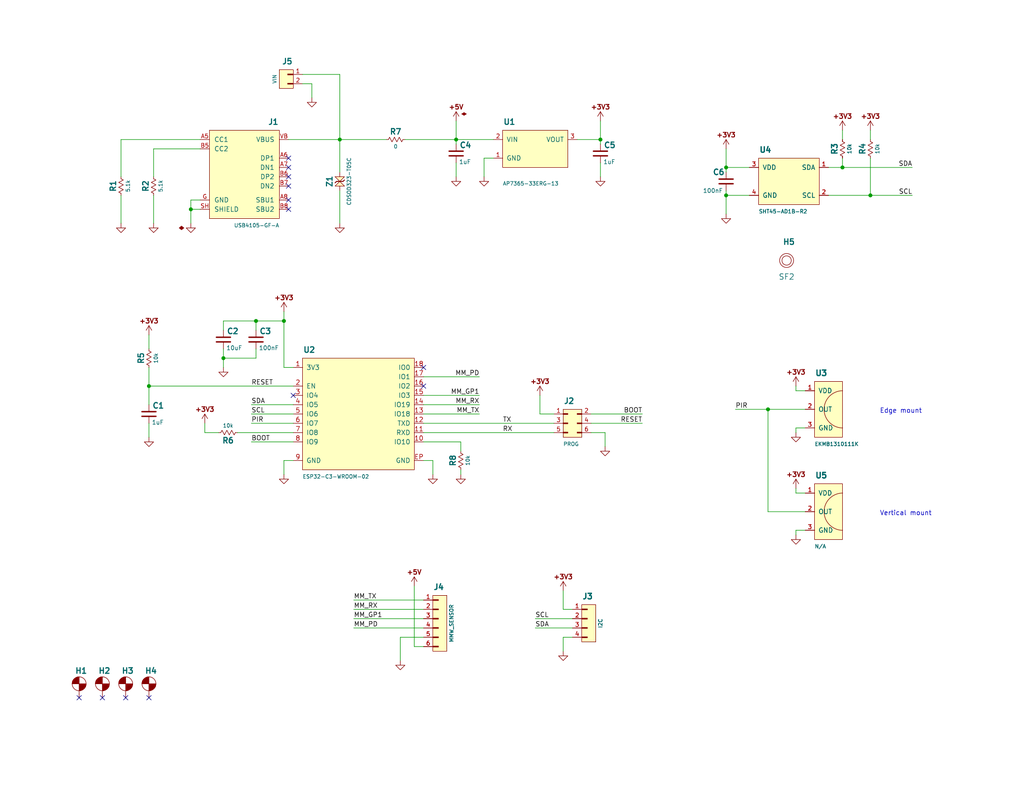
<source format=kicad_sch>
(kicad_sch (version 20211123) (generator eeschema)
  (paper "USLetter")
  (title_block (title "Main board") (date "2022-07-29") (rev "B"))
  (lib_symbols
    (symbol "PIR-SENSOR_1" (pin_names (offset 1.016))
      (property "Reference" "U" (at -6.35 8.89 0))
      (property "Value" "PIR-SENSOR_1" (at -6.35 -8.89 0))
      (symbol "PIR-SENSOR_1_0_0"
        (rectangle (start -6.35 7.62) (end 1.27 -7.62) (fill (type background)))
      )
      (symbol "PIR-SENSOR_1_0_1"
        (arc (start 1.3019 5.08) (mid -3.8101 0) (end 1.3019 -5.08) (fill (type background)))
      )
      (symbol "PIR-SENSOR_1_1_1"
        (pin power_in line (at -8.89 5.08 0) (length 2.54) (name "VDD") (number "1"))
        (pin open_collector line (at -8.89 0 0) (length 2.54) (name "OUT") (number "2"))
        (pin power_in line (at -8.89 -5.08 0) (length 2.54) (name "GND") (number "3"))
      )
    )
    (symbol "connectors:HEADER-1x02" (pin_names (offset 1.016) hide)
      (property "Reference" "J" (at -1.27 3.81 0))
      (property "Value" "HEADER-1x02" (at 3.81 0 90))
      (symbol "HEADER-1x02_0_1"
        (rectangle (start -1.27 -1.143) (end 0.254 -1.397) (fill (type outline)))
        (rectangle (start -1.27 1.397) (end 0.254 1.143) (fill (type outline)))
        (rectangle (start -1.27 2.54) (end 2.54 -2.54) (fill (type background)))
      )
      (symbol "HEADER-1x02_1_1"
        (pin passive line (at -3.81 1.27 0) (length 2.54) (name "P1") (number "1"))
        (pin passive line (at -3.81 -1.27 0) (length 2.54) (name "P2") (number "2"))
      )
    )
    (symbol "connectors:HEADER-1x04" (pin_names (offset 1.016) hide)
      (property "Reference" "J" (at -1.27 6.35 0))
      (property "Value" "HEADER-1x04" (at 3.81 0 90))
      (symbol "HEADER-1x04_0_1"
        (rectangle (start -1.27 -3.683) (end 0.254 -3.937) (fill (type outline)))
        (rectangle (start -1.27 -1.143) (end 0.254 -1.397) (fill (type outline)))
        (rectangle (start -1.27 1.397) (end 0.254 1.143) (fill (type outline)))
        (rectangle (start -1.27 3.937) (end 0.254 3.683) (fill (type outline)))
        (rectangle (start -1.27 5.08) (end 2.54 -5.08) (fill (type background)))
      )
      (symbol "HEADER-1x04_1_1"
        (pin passive line (at -3.81 3.81 0) (length 2.54) (name "P1") (number "1"))
        (pin passive line (at -3.81 1.27 0) (length 2.54) (name "P2") (number "2"))
        (pin passive line (at -3.81 -1.27 0) (length 2.54) (name "P3") (number "3"))
        (pin passive line (at -3.81 -3.81 0) (length 2.54) (name "P4") (number "4"))
      )
    )
    (symbol "connectors:HEADER-1x06" (pin_names (offset 1.016) hide)
      (property "Reference" "J" (at -1.27 8.89 0))
      (property "Value" "HEADER-1x06" (at 3.81 0 90))
      (symbol "HEADER-1x06_0_1"
        (rectangle (start -1.27 -6.223) (end 0.254 -6.477) (fill (type outline)))
        (rectangle (start -1.27 -3.683) (end 0.254 -3.937) (fill (type outline)))
        (rectangle (start -1.27 -1.143) (end 0.254 -1.397) (fill (type outline)))
        (rectangle (start -1.27 1.397) (end 0.254 1.143) (fill (type outline)))
        (rectangle (start -1.27 3.937) (end 0.254 3.683) (fill (type outline)))
        (rectangle (start -1.27 6.477) (end 0.254 6.223) (fill (type outline)))
        (rectangle (start -1.27 7.62) (end 2.54 -7.62) (fill (type background)))
      )
      (symbol "HEADER-1x06_1_1"
        (pin passive line (at -3.81 6.35 0) (length 2.54) (name "P1") (number "1"))
        (pin passive line (at -3.81 3.81 0) (length 2.54) (name "P2") (number "2"))
        (pin passive line (at -3.81 1.27 0) (length 2.54) (name "P3") (number "3"))
        (pin passive line (at -3.81 -1.27 0) (length 2.54) (name "P4") (number "4"))
        (pin passive line (at -3.81 -3.81 0) (length 2.54) (name "P5") (number "5"))
        (pin passive line (at -3.81 -6.35 0) (length 2.54) (name "P6") (number "6"))
      )
    )
    (symbol "connectors:HEADER-2x03" (pin_names (offset 0.0254) hide)
      (property "Reference" "J" (at -2.54 5.08 0))
      (property "Value" "HEADER-2x03" (at -2.54 -5.08 0))
      (symbol "HEADER-2x03_0_1"
        (rectangle (start -2.54 -2.413) (end -1.27 -2.667) (fill (type outline)))
        (rectangle (start -2.54 0.127) (end -1.27 -0.127) (fill (type outline)))
        (rectangle (start -2.54 2.667) (end -1.27 2.413) (fill (type outline)))
        (rectangle (start -2.54 3.81) (end 2.54 -3.81) (fill (type background)))
        (rectangle (start 1.27 -2.413) (end 2.54 -2.667) (fill (type outline)))
        (rectangle (start 1.27 0.127) (end 2.54 -0.127) (fill (type outline)))
        (rectangle (start 1.27 2.667) (end 2.54 2.413) (fill (type outline)))
      )
      (symbol "HEADER-2x03_1_1"
        (pin passive line (at -5.08 2.54 0) (length 2.54) (name "P1") (number "1"))
        (pin passive line (at 5.08 2.54 180) (length 2.54) (name "P2") (number "2"))
        (pin passive line (at -5.08 0 0) (length 2.54) (name "P3") (number "3"))
        (pin passive line (at 5.08 0 180) (length 2.54) (name "P4") (number "4"))
        (pin passive line (at -5.08 -2.54 0) (length 2.54) (name "P5") (number "5"))
        (pin passive line (at 5.08 -2.54 180) (length 2.54) (name "P6") (number "6"))
      )
    )
    (symbol "connectors:Hole" (pin_numbers hide) (pin_names (offset 1.016) hide) (in_bom no)
      (property "Reference" "H" (at -1.27 2.54 0))
      (symbol "Hole_0_1"
        (polyline (pts (xy 0 0) (xy -1.905 0) (xy -1.905 0.127) (xy -1.778 0.762) (xy -1.524 1.143) (xy -1.27 1.397) (xy -0.889 1.651) (xy -0.635 1.778) (xy -0.254 1.905) (xy 0 1.905) (xy 0 0)) (fill (type outline)))
        (polyline (pts (xy 0 0) (xy 1.905 0) (xy 1.905 -0.127) (xy 1.778 -0.762) (xy 1.524 -1.143) (xy 1.27 -1.397) (xy 0.889 -1.651) (xy 0.635 -1.778) (xy 0.254 -1.905) (xy 0 -1.905) (xy 0 0)) (fill (type outline)))
        (circle (center 0 0) (radius 1.905))
      )
      (symbol "Hole_1_1"
        (pin passive line (at 0 -3.81 90) (length 1.905) (name "P") (number "P"))
      )
    )
    (symbol "connectors:USB-C-16CT" (pin_names (offset 1.27))
      (property "Reference" "J" (at -6.35 8.89 0))
      (property "Value" "USB-C-16CT" (at -6.35 -17.78 0))
      (symbol "USB-C-16CT_0_1"
        (rectangle (start -6.35 7.62) (end 12.7 -16.51) (fill (type background)))
      )
      (symbol "USB-C-16CT_1_1"
        (pin bidirectional line (at 15.24 5.08 180) (length 2.54) (name "CC1") (number "A5"))
        (pin bidirectional line (at -8.89 0 0) (length 2.54) (name "DP1") (number "A6"))
        (pin bidirectional line (at -8.89 -2.54 0) (length 2.54) (name "DN1") (number "A7"))
        (pin bidirectional line (at -8.89 -11.43 0) (length 2.54) (name "SBU1") (number "A8"))
        (pin bidirectional line (at 15.24 2.54 180) (length 2.54) (name "CC2") (number "B5"))
        (pin bidirectional line (at -8.89 -5.08 0) (length 2.54) (name "DP2") (number "B6"))
        (pin bidirectional line (at -8.89 -7.62 0) (length 2.54) (name "DN2") (number "B7"))
        (pin bidirectional line (at -8.89 -13.97 0) (length 2.54) (name "SBU2") (number "B8"))
        (pin power_in line (at 15.24 -11.43 180) (length 2.54) (name "GND") (number "G"))
        (pin power_in line (at 15.24 -13.97 180) (length 2.54) (name "SHIELD") (number "SH"))
        (pin power_in line (at -8.89 5.08 0) (length 2.54) (name "VBUS") (number "VB"))
      )
    )
    (symbol "ic-cpu:ESP32-C3-WROOM-02" (pin_names (offset 1.016))
      (property "Reference" "U" (at -15.24 16.51 0))
      (property "Value" "ESP32-C3-WROOM-02" (at -15.24 -16.51 0))
      (symbol "ESP32-C3-WROOM-02_0_1"
        (rectangle (start -15.24 15.24) (end 15.24 -15.24) (fill (type background)))
      )
      (symbol "ESP32-C3-WROOM-02_1_1"
        (pin power_in line (at -17.78 12.7 0) (length 2.54) (name "3V3") (number "1"))
        (pin bidirectional line (at 17.78 -7.62 180) (length 2.54) (name "IO10") (number "10"))
        (pin input line (at 17.78 -5.08 180) (length 2.54) (name "RXD") (number "11"))
        (pin output line (at 17.78 -2.54 180) (length 2.54) (name "TXD") (number "12"))
        (pin bidirectional line (at 17.78 0 180) (length 2.54) (name "IO18") (number "13"))
        (pin bidirectional line (at 17.78 2.54 180) (length 2.54) (name "IO19") (number "14"))
        (pin bidirectional line (at 17.78 5.08 180) (length 2.54) (name "IO3") (number "15"))
        (pin bidirectional line (at 17.78 7.62 180) (length 2.54) (name "IO2") (number "16"))
        (pin bidirectional line (at 17.78 10.16 180) (length 2.54) (name "IO1") (number "17"))
        (pin bidirectional line (at 17.78 12.7 180) (length 2.54) (name "IO0") (number "18"))
        (pin input line (at -17.78 7.62 0) (length 2.54) (name "EN") (number "2"))
        (pin bidirectional line (at -17.78 5.08 0) (length 2.54) (name "IO4") (number "3"))
        (pin bidirectional line (at -17.78 2.54 0) (length 2.54) (name "IO5") (number "4"))
        (pin bidirectional line (at -17.78 0 0) (length 2.54) (name "IO6") (number "5"))
        (pin bidirectional line (at -17.78 -2.54 0) (length 2.54) (name "IO7") (number "6"))
        (pin bidirectional line (at -17.78 -5.08 0) (length 2.54) (name "IO8") (number "7"))
        (pin bidirectional line (at -17.78 -7.62 0) (length 2.54) (name "IO9") (number "8"))
        (pin power_in line (at -17.78 -12.7 0) (length 2.54) (name "GND") (number "9"))
        (pin power_in line (at 17.78 -12.7 180) (length 2.54) (name "GND") (number "EP"))
      )
    )
    (symbol "ic-misc:SHT4X" (pin_names (offset 1.016))
      (property "Reference" "U" (at -8.89 7.62 0))
      (property "Value" "SHT4X" (at -8.89 -7.62 0))
      (symbol "SHT4X_0_0"
        (rectangle (start -8.89 6.35) (end 7.62 -6.35) (fill (type background)))
      )
      (symbol "SHT4X_1_1"
        (pin bidirectional line (at 10.16 3.81 180) (length 2.54) (name "SDA") (number "1"))
        (pin input line (at 10.16 -3.81 180) (length 2.54) (name "SCL") (number "2"))
        (pin power_in line (at -11.43 3.81 0) (length 2.54) (name "VDD") (number "3"))
        (pin power_in line (at -11.43 -3.81 0) (length 2.54) (name "GND") (number "4"))
      )
    )
    (symbol "ic-power:AP7365-??ER" (pin_names (offset 1.016))
      (property "Reference" "U" (at -8.89 6.35 0))
      (property "Value" "AP7365-??ER" (at -8.89 -6.35 0))
      (symbol "AP7365-??ER_0_1"
        (rectangle (start -8.89 5.08) (end 8.89 -5.08) (fill (type background)))
      )
      (symbol "AP7365-??ER_1_1"
        (pin power_in line (at -11.43 -2.54 0) (length 2.54) (name "GND") (number "1"))
        (pin power_in line (at -11.43 2.54 0) (length 2.54) (name "VIN") (number "2"))
        (pin power_out line (at 11.43 2.54 180) (length 2.54) (name "VOUT") (number "3"))
      )
    )
    (symbol "opto:LIGHT-PIPE" (pin_names (offset 1.016))
      (property "Reference" "H" (at 0.635 5.08 0))
      (property "Value" "LIGHT-PIPE" (at 0 -4.445 0))
      (symbol "LIGHT-PIPE_0_1"
        (circle (center 0 0) (radius 1.27))
        (circle (center 0 0) (radius 1.905))
      )
    )
    (symbol "opto:PIR-SENSOR" (pin_names (offset 1.016))
      (property "Reference" "U" (at -6.35 8.89 0))
      (property "Value" "PIR-SENSOR" (at -6.35 -8.89 0))
      (symbol "PIR-SENSOR_0_0"
        (rectangle (start -6.35 7.62) (end 1.27 -7.62) (fill (type background)))
      )
      (symbol "PIR-SENSOR_0_1"
        (arc (start 1.3019 5.08) (mid -3.8101 0) (end 1.3019 -5.08) (fill (type background)))
      )
      (symbol "PIR-SENSOR_1_1"
        (pin power_in line (at -8.89 5.08 0) (length 2.54) (name "VDD") (number "1"))
        (pin open_collector line (at -8.89 0 0) (length 2.54) (name "OUT") (number "2"))
        (pin power_in line (at -8.89 -5.08 0) (length 2.54) (name "GND") (number "3"))
      )
    )
    (symbol "passive:CAP" (pin_numbers hide) (pin_names (offset 1.016) hide)
      (property "Reference" "C" (at 0.762 2.286 0))
      (property "Value" "CAP" (at 0.762 -2.286 0))
      (symbol "CAP_0_1"
        (polyline (pts (xy -1.905 -0.635) (xy 1.905 -0.635)) (stroke (width 0.381)))
        (polyline (pts (xy -1.905 0.635) (xy 1.905 0.635)) (stroke (width 0.381)))
      )
      (symbol "CAP_1_1"
        (pin passive line (at 0 -2.54 90) (length 1.905) (name "1") (number "1"))
        (pin passive line (at 0 2.54 270) (length 1.905) (name "2") (number "2"))
      )
    )
    (symbol "passive:RESISTOR" (pin_numbers hide) (pin_names (offset 1.016) hide)
      (property "Reference" "R" (at 0 2.159 0))
      (property "Value" "RESISTOR" (at 0 -1.905 0))
      (symbol "RESISTOR_0_1"
        (polyline (pts (xy -0.3302 0.635) (xy -0.9906 -0.635) (xy -1.651 0.635) (xy -1.9812 0)))
        (polyline (pts (xy -0.3302 0.635) (xy 0.3302 -0.635) (xy 0.9906 0.635) (xy 1.651 -0.635) (xy 1.9812 0)))
      )
      (symbol "RESISTOR_1_1"
        (pin passive line (at -2.54 0 0) (length 0.5588) (name "1") (number "1"))
        (pin passive line (at 2.54 0 180) (length 0.5588) (name "2") (number "2"))
      )
    )
    (symbol "passive:SUPRESSOR" (pin_numbers hide) (pin_names (offset 1.016) hide)
      (property "Reference" "Z" (at 0 2.794 0))
      (property "Value" "SUPRESSOR" (at 0 -2.54 0))
      (symbol "SUPRESSOR_0_0"
        (polyline (pts (xy -1.27 -1.27) (xy -1.27 1.27) (xy 0 0) (xy -1.27 -1.27)) (fill (type background)))
        (polyline (pts (xy 0.381 -1.27) (xy 0 -0.889) (xy 0 0.889) (xy -0.381 1.27)) (stroke (width 0.254)))
        (polyline (pts (xy 1.27 1.27) (xy 1.27 -1.27) (xy 0 0) (xy 1.27 1.27)) (fill (type background)))
      )
      (symbol "SUPRESSOR_1_1"
        (pin passive line (at -2.54 0 0) (length 1.27) (name "1") (number "1"))
        (pin passive line (at 2.54 0 180) (length 1.27) (name "2") (number "2"))
      )
    )
    (symbol "power:+3V3" (power) (pin_numbers hide) (pin_names (offset 0) hide) (in_bom no) (on_board no)
      (symbol "+3V3_0_0"
        (text "+3V3" (at 0 3.81 0) (effects (font (size 1.27 1.27) bold)))
      )
      (symbol "+3V3_0_1"
        (polyline (pts (xy -0.762 1.27) (xy 0 2.54)))
        (polyline (pts (xy 0 0) (xy 0 2.54)))
        (polyline (pts (xy 0 2.54) (xy 0.762 1.27)))
      )
      (symbol "+3V3_1_1"
        (pin power_in line (at 0 0 90) (length 0) hide (name "+3V3") (number "i"))
      )
    )
    (symbol "power:+5V" (power) (pin_numbers hide) (pin_names (offset 0) hide)
      (symbol "+5V_0_0"
        (text "+5V" (at 0 3.81 0) (effects (font (size 1.27 1.27) bold)))
      )
      (symbol "+5V_0_1"
        (polyline (pts (xy -0.762 1.27) (xy 0 2.54)))
        (polyline (pts (xy 0 0) (xy 0 2.54)))
        (polyline (pts (xy 0 2.54) (xy 0.762 1.27)))
      )
      (symbol "+5V_1_1"
        (pin power_in line (at 0 0 90) (length 0) hide (name "+5V") (number "i"))
      )
    )
    (symbol "power:GND" (power) (pin_numbers hide) (pin_names (offset 0) hide) (in_bom no) (on_board no)
      (symbol "GND_0_1"
        (polyline (pts (xy 0 0) (xy 0 -1.27) (xy 1.27 -1.27) (xy 0 -2.54) (xy -1.27 -1.27) (xy 0 -1.27)))
      )
      (symbol "GND_1_1"
        (pin power_in line (at 0 0 270) (length 0) hide (name "GND") (number "i"))
      )
    )
    (symbol "power:SUP_+5V" (power) (pin_numbers hide) (pin_names (offset 0) hide) (in_bom no) (on_board no)
      (symbol "SUP_+5V_0_0"
        (polyline (pts (xy 1.524 1.905) (xy 2.159 1.524) (xy 2.794 1.905) (xy 2.159 2.286) (xy 1.524 1.905)) (fill (type outline)))
        (text "+5V" (at 0 3.81 0) (effects (font (size 1.27 1.27) bold)))
      )
      (symbol "SUP_+5V_0_1"
        (polyline (pts (xy -0.762 1.27) (xy 0 2.54)))
        (polyline (pts (xy 0 0) (xy 0 2.54)))
        (polyline (pts (xy 0 2.54) (xy 0.762 1.27)))
      )
      (symbol "SUP_+5V_1_1"
        (pin power_in line (at 0 0 90) (length 0) hide (name "+5V") (number "i"))
        (pin power_out line (at 0 0 180) (length 0) hide (name "+5V") (number "o"))
      )
    )
    (symbol "power:SUP_GND" (power) (pin_numbers hide) (pin_names (offset 0) hide) (in_bom no) (on_board no)
      (symbol "SUP_GND_0_0"
        (polyline (pts (xy 1.905 -1.27) (xy 2.54 -1.778) (xy 3.175 -1.27) (xy 2.54 -0.762) (xy 1.905 -1.27)) (fill (type outline)))
      )
      (symbol "SUP_GND_0_1"
        (polyline (pts (xy 0 0) (xy 0 -1.27) (xy 1.27 -1.27) (xy 0 -2.54) (xy -1.27 -1.27) (xy 0 -1.27)))
      )
      (symbol "SUP_GND_1_1"
        (pin power_in line (at 0 0 270) (length 0) hide (name "GND") (number "i"))
        (pin power_out line (at 0 0 180) (length 0) hide (name "GND") (number "o"))
      )
    )
  )
  (junction (at 237.49 53.34))
  (junction (at 198.12 53.34))
  (junction (at 229.87 45.72))
  (junction (at 163.83 38.1))
  (junction (at 60.96 97.79))
  (junction (at 77.47 87.63))
  (junction (at 92.71 38.1))
  (junction (at 69.85 87.63))
  (junction (at 40.64 105.41))
  (junction (at 124.46 38.1))
  (junction (at 52.07 57.15))
  (junction (at 209.55 111.76))
  (junction (at 198.12 45.72))
  (no_connect (at 21.59 190.5))
  (no_connect (at 78.74 57.15))
  (no_connect (at 78.74 54.61))
  (no_connect (at 78.74 50.8))
  (no_connect (at 78.74 48.26))
  (no_connect (at 78.74 45.72))
  (no_connect (at 78.74 43.18))
  (no_connect (at 34.29 190.5))
  (no_connect (at 40.64 190.5))
  (no_connect (at 115.57 105.41))
  (no_connect (at 115.57 100.33))
  (no_connect (at 80.01 107.95))
  (no_connect (at 27.94 190.5))
  (wire (pts (xy 219.71 144.78) (xy 217.17 144.78)))
  (wire (pts (xy 163.83 33.02) (xy 163.83 38.1)))
  (wire (pts (xy 68.58 115.57) (xy 80.01 115.57)))
  (wire (pts (xy 229.87 35.56) (xy 229.87 38.1)))
  (wire (pts (xy 157.48 38.1) (xy 163.83 38.1)))
  (wire (pts (xy 153.67 177.8) (xy 153.67 173.99)))
  (wire (pts (xy 198.12 53.34) (xy 198.12 58.42)))
  (wire (pts (xy 115.57 120.65) (xy 125.73 120.65)))
  (wire (pts (xy 68.58 120.65) (xy 80.01 120.65)))
  (wire (pts (xy 200.66 111.76) (xy 209.55 111.76)))
  (wire (pts (xy 40.64 105.41) (xy 80.01 105.41)))
  (wire (pts (xy 153.67 173.99) (xy 156.21 173.99)))
  (wire (pts (xy 33.02 38.1) (xy 33.02 48.26)))
  (wire (pts (xy 69.85 95.25) (xy 69.85 97.79)))
  (wire (pts (xy 64.77 118.11) (xy 80.01 118.11)))
  (wire (pts (xy 69.85 87.63) (xy 60.96 87.63)))
  (wire (pts (xy 55.88 118.11) (xy 59.69 118.11)))
  (wire (pts (xy 198.12 45.72) (xy 198.12 46.99)))
  (wire (pts (xy 124.46 38.1) (xy 124.46 39.37)))
  (wire (pts (xy 52.07 57.15) (xy 52.07 60.96)))
  (wire (pts (xy 78.74 38.1) (xy 92.71 38.1)))
  (wire (pts (xy 68.58 113.03) (xy 80.01 113.03)))
  (wire (pts (xy 77.47 85.09) (xy 77.47 87.63)))
  (wire (pts (xy 217.17 106.68) (xy 217.17 105.41)))
  (wire (pts (xy 52.07 54.61) (xy 52.07 57.15)))
  (wire (pts (xy 161.29 115.57) (xy 175.26 115.57)))
  (wire (pts (xy 237.49 53.34) (xy 248.92 53.34)))
  (wire (pts (xy 115.57 118.11) (xy 151.13 118.11)))
  (wire (pts (xy 77.47 87.63) (xy 77.47 100.33)))
  (wire (pts (xy 134.62 43.18) (xy 132.08 43.18)))
  (wire (pts (xy 219.71 139.7) (xy 209.55 139.7)))
  (wire (pts (xy 153.67 166.37) (xy 156.21 166.37)))
  (wire (pts (xy 69.85 97.79) (xy 60.96 97.79)))
  (wire (pts (xy 118.11 125.73) (xy 118.11 129.54)))
  (wire (pts (xy 226.06 45.72) (xy 229.87 45.72)))
  (wire (pts (xy 163.83 44.45) (xy 163.83 48.26)))
  (wire (pts (xy 96.52 171.45) (xy 115.57 171.45)))
  (wire (pts (xy 124.46 33.02) (xy 124.46 38.1)))
  (wire (pts (xy 132.08 43.18) (xy 132.08 48.26)))
  (wire (pts (xy 77.47 125.73) (xy 77.47 129.54)))
  (wire (pts (xy 217.17 134.62) (xy 217.17 133.35)))
  (wire (pts (xy 96.52 166.37) (xy 115.57 166.37)))
  (wire (pts (xy 146.05 168.91) (xy 156.21 168.91)))
  (wire (pts (xy 217.17 144.78) (xy 217.17 146.05)))
  (wire (pts (xy 55.88 115.57) (xy 55.88 118.11)))
  (wire (pts (xy 82.55 22.86) (xy 85.09 22.86)))
  (wire (pts (xy 165.1 118.11) (xy 165.1 121.92)))
  (wire (pts (xy 209.55 139.7) (xy 209.55 111.76)))
  (wire (pts (xy 60.96 97.79) (xy 60.96 100.33)))
  (wire (pts (xy 115.57 110.49) (xy 130.81 110.49)))
  (wire (pts (xy 92.71 20.32) (xy 92.71 38.1)))
  (wire (pts (xy 198.12 40.64) (xy 198.12 45.72)))
  (wire (pts (xy 161.29 113.03) (xy 175.26 113.03)))
  (wire (pts (xy 110.49 38.1) (xy 124.46 38.1)))
  (wire (pts (xy 198.12 52.07) (xy 198.12 53.34)))
  (wire (pts (xy 92.71 38.1) (xy 92.71 46.99)))
  (wire (pts (xy 68.58 110.49) (xy 80.01 110.49)))
  (wire (pts (xy 219.71 116.84) (xy 217.17 116.84)))
  (wire (pts (xy 54.61 38.1) (xy 33.02 38.1)))
  (wire (pts (xy 229.87 45.72) (xy 248.92 45.72)))
  (wire (pts (xy 115.57 107.95) (xy 130.81 107.95)))
  (wire (pts (xy 229.87 43.18) (xy 229.87 45.72)))
  (wire (pts (xy 96.52 163.83) (xy 115.57 163.83)))
  (wire (pts (xy 77.47 100.33) (xy 80.01 100.33)))
  (wire (pts (xy 40.64 105.41) (xy 40.64 110.49)))
  (wire (pts (xy 219.71 106.68) (xy 217.17 106.68)))
  (wire (pts (xy 115.57 176.53) (xy 113.03 176.53)))
  (wire (pts (xy 209.55 111.76) (xy 219.71 111.76)))
  (wire (pts (xy 204.47 53.34) (xy 198.12 53.34)))
  (wire (pts (xy 69.85 87.63) (xy 69.85 90.17)))
  (wire (pts (xy 109.22 173.99) (xy 115.57 173.99)))
  (wire (pts (xy 54.61 40.64) (xy 41.91 40.64)))
  (wire (pts (xy 163.83 38.1) (xy 163.83 39.37)))
  (wire (pts (xy 109.22 180.34) (xy 109.22 173.99)))
  (wire (pts (xy 40.64 91.44) (xy 40.64 95.25)))
  (wire (pts (xy 226.06 53.34) (xy 237.49 53.34)))
  (wire (pts (xy 77.47 87.63) (xy 69.85 87.63)))
  (wire (pts (xy 147.32 113.03) (xy 151.13 113.03)))
  (wire (pts (xy 153.67 161.29) (xy 153.67 166.37)))
  (wire (pts (xy 237.49 35.56) (xy 237.49 38.1)))
  (wire (pts (xy 147.32 107.95) (xy 147.32 113.03)))
  (wire (pts (xy 125.73 128.27) (xy 125.73 129.54)))
  (wire (pts (xy 115.57 115.57) (xy 151.13 115.57)))
  (wire (pts (xy 161.29 118.11) (xy 165.1 118.11)))
  (wire (pts (xy 41.91 40.64) (xy 41.91 48.26)))
  (wire (pts (xy 33.02 53.34) (xy 33.02 60.96)))
  (wire (pts (xy 125.73 120.65) (xy 125.73 123.19)))
  (wire (pts (xy 113.03 176.53) (xy 113.03 160.02)))
  (wire (pts (xy 124.46 44.45) (xy 124.46 48.26)))
  (wire (pts (xy 82.55 20.32) (xy 92.71 20.32)))
  (wire (pts (xy 85.09 22.86) (xy 85.09 26.67)))
  (wire (pts (xy 115.57 113.03) (xy 130.81 113.03)))
  (wire (pts (xy 54.61 57.15) (xy 52.07 57.15)))
  (wire (pts (xy 198.12 45.72) (xy 204.47 45.72)))
  (wire (pts (xy 60.96 95.25) (xy 60.96 97.79)))
  (wire (pts (xy 146.05 171.45) (xy 156.21 171.45)))
  (wire (pts (xy 115.57 102.87) (xy 130.81 102.87)))
  (wire (pts (xy 134.62 38.1) (xy 124.46 38.1)))
  (wire (pts (xy 92.71 52.07) (xy 92.71 60.96)))
  (wire (pts (xy 40.64 100.33) (xy 40.64 105.41)))
  (wire (pts (xy 92.71 38.1) (xy 105.41 38.1)))
  (wire (pts (xy 96.52 168.91) (xy 115.57 168.91)))
  (wire (pts (xy 40.64 115.57) (xy 40.64 119.38)))
  (wire (pts (xy 80.01 125.73) (xy 77.47 125.73)))
  (wire (pts (xy 60.96 87.63) (xy 60.96 90.17)))
  (wire (pts (xy 217.17 116.84) (xy 217.17 118.11)))
  (wire (pts (xy 115.57 125.73) (xy 118.11 125.73)))
  (wire (pts (xy 54.61 54.61) (xy 52.07 54.61)))
  (wire (pts (xy 41.91 53.34) (xy 41.91 60.96)))
  (wire (pts (xy 219.71 134.62) (xy 217.17 134.62)))
  (wire (pts (xy 237.49 43.18) (xy 237.49 53.34)))
  (text "Edge mount" (at 240.03 113.03 0) (effects (font (size 1.27 1.27)) (justify left bottom)))
  (text "Vertical mount" (at 240.03 140.97 0) (effects (font (size 1.27 1.27)) (justify left bottom)))
  (label "PIR" (at 200.66 111.76 0))
  (label "SCL" (at 68.58 113.03 0))
  (label "SCL" (at 248.92 53.34 180))
  (label "RESET" (at 175.26 115.57 180))
  (label "MM_PD" (at 130.81 102.87 180))
  (label "MM_TX" (at 96.52 163.83 0))
  (label "MM_PD" (at 96.52 171.45 0))
  (label "MM_GP1" (at 96.52 168.91 0))
  (label "BOOT" (at 68.58 120.65 0))
  (label "MM_TX" (at 130.81 113.03 180))
  (label "MM_RX" (at 96.52 166.37 0))
  (label "MM_GP1" (at 130.81 107.95 180))
  (label "TX" (at 137.16 115.57 0))
  (label "SCL" (at 146.05 168.91 0))
  (label "BOOT" (at 175.26 113.03 180))
  (label "MM_RX" (at 130.81 110.49 180))
  (label "RESET" (at 68.58 105.41 0))
  (label "PIR" (at 68.58 115.57 0))
  (label "SDA" (at 146.05 171.45 0))
  (label "SDA" (at 68.58 110.49 0))
  (label "SDA" (at 248.92 45.72 180))
  (label "RX" (at 137.16 118.11 0))
  (symbol (lib_id "power:GND") (at 124.46 48.26 0) (unit 1) (in_bom no) (on_board no)
    (property "Reference" "#PWR012" (effects hide))
    (property "Value" "GND" (effects hide))
  )
  (symbol (lib_id "passive:RESISTOR") (at 229.87 40.64 90) (unit 1)
    (property "Reference" "R3" (at 227.711 40.64 0) (effects (font (size 1.524 1.524) bold)))
    (property "Value" "10k" (at 231.775 40.64 0) (effects (font (size 1.016 1.016))))
    (property "Footprint" "smt:R-0603" (effects hide))
    (property "Part" "-" (effects hide))
    (property "Family" "Passive" (effects hide))
  )
  (symbol (lib_id "passive:CAP") (at 60.96 92.71 0) (unit 1)
    (property "Reference" "C2" (at 61.722 90.424 0) (effects (font (size 1.524 1.524) bold) (justify left)))
    (property "Value" "10uF" (at 61.722 94.996 0) (effects (font (size 1.143 1.143)) (justify left)))
    (property "Footprint" "smt:C-0805" (effects hide))
    (property "Part" "-" (effects hide))
    (property "Family" "Passive" (effects hide))
  )
  (symbol (lib_id "passive:RESISTOR") (at 62.23 118.11 180) (unit 1)
    (property "Reference" "R6" (at 62.23 120.269 0) (effects (font (size 1.524 1.524) bold)))
    (property "Value" "10k" (at 62.23 116.205 0) (effects (font (size 1.016 1.016))))
    (property "Footprint" "smt:R-0603" (effects hide))
    (property "Part" "-" (effects hide))
    (property "Family" "Passive" (effects hide))
  )
  (symbol (lib_id "power:GND") (at 118.11 129.54 0) (unit 1) (in_bom no) (on_board no)
    (property "Reference" "#PWR018" (effects hide))
    (property "Value" "GND" (effects hide))
  )
  (symbol (lib_id "power:+3V3") (at 217.17 105.41 0) (unit 1) (in_bom no) (on_board no)
    (property "Reference" "#PWR0106" (effects hide))
    (property "Value" "+3V3" (effects hide))
  )
  (symbol (lib_id "connectors:HEADER-2x03") (at 156.21 115.57 0) (unit 1)
    (property "Reference" "J2" (at 153.67 110.49 0) (effects (font (size 1.524 1.524) bold) (justify left bottom)))
    (property "Value" "PROG" (at 153.67 120.65 0) (effects (font (size 1.016 1.016)) (justify left top)))
    (property "Footprint" "conn-header:HDR-M-2x03" (effects hide))
    (property "Part" "-" (effects hide))
    (property "Family" "Connector" (effects hide))
  )
  (symbol (lib_id "power:+3V3") (at 147.32 107.95 0) (unit 1) (in_bom no) (on_board no)
    (property "Reference" "#PWR020" (effects hide))
    (property "Value" "+3V3" (effects hide))
  )
  (symbol (lib_id "power:GND") (at 77.47 129.54 0) (unit 1) (in_bom no) (on_board no)
    (property "Reference" "#PWR014" (effects hide))
    (property "Value" "GND" (effects hide))
  )
  (symbol (lib_id "power:+3V3") (at 40.64 91.44 0) (unit 1) (in_bom no) (on_board no)
    (property "Reference" "#PWR06" (effects hide))
    (property "Value" "+3V3" (effects hide))
  )
  (symbol (lib_id "power:GND") (at 125.73 129.54 0) (unit 1) (in_bom no) (on_board no)
    (property "Reference" "#PWR019" (effects hide))
    (property "Value" "GND" (effects hide))
  )
  (symbol (lib_id "power:GND") (at 165.1 121.92 0) (mirror y) (unit 1) (in_bom no) (on_board no)
    (property "Reference" "#PWR021" (effects hide))
    (property "Value" "GND" (effects hide))
  )
  (symbol (lib_id "passive:RESISTOR") (at 40.64 97.79 90) (unit 1)
    (property "Reference" "R5" (at 38.481 97.79 0) (effects (font (size 1.524 1.524) bold)))
    (property "Value" "10k" (at 42.545 97.79 0) (effects (font (size 1.016 1.016))))
    (property "Footprint" "smt:R-0603" (effects hide))
    (property "Part" "-" (effects hide))
    (property "Family" "Passive" (effects hide))
  )
  (symbol (lib_name "PIR-SENSOR_1") (lib_id "opto:PIR-SENSOR") (at 228.6 111.76 0) (unit 1)
    (property "Reference" "U3" (at 222.25 102.87 0) (effects (font (size 1.524 1.524) bold) (justify left bottom)))
    (property "Value" "EKMB1310111K" (at 222.25 120.65 0) (effects (font (size 1.016 1.016)) (justify left top)))
    (property "Footprint" "misc:PIR-EKMB1310111K-EDGE" (effects hide))
    (property "Family" "IC" (effects hide))
    (property "art" "EKMB1305111K" (effects hide))
  )
  (symbol (lib_id "passive:CAP") (at 163.83 41.91 0) (unit 1)
    (property "Reference" "C5" (at 164.592 39.624 0) (effects (font (size 1.524 1.524) bold) (justify left)))
    (property "Value" "1uF" (at 164.592 44.196 0) (effects (font (size 1.143 1.143)) (justify left)))
    (property "Footprint" "smt:C-0805" (effects hide))
    (property "Part" "-" (effects hide))
    (property "Family" "Passive" (effects hide))
  )
  (symbol (lib_id "power:GND") (at 85.09 26.67 0) (unit 1) (in_bom no) (on_board no)
    (property "Reference" "#PWR0116" (effects hide))
    (property "Value" "GND" (effects hide))
  )
  (symbol (lib_id "power:+3V3") (at 55.88 115.57 0) (unit 1) (in_bom no) (on_board no)
    (property "Reference" "#PWR09" (effects hide))
    (property "Value" "+3V3" (effects hide))
  )
  (symbol (lib_id "power:GND") (at 40.64 119.38 0) (unit 1) (in_bom no) (on_board no)
    (property "Reference" "#PWR07" (effects hide))
    (property "Value" "GND" (effects hide))
  )
  (symbol (lib_id "power:SUP_GND") (at 52.07 60.96 0) (mirror y) (unit 1) (in_bom no) (on_board no)
    (property "Reference" "#PWR03" (effects hide))
    (property "Value" "SUP_GND" (effects hide))
  )
  (symbol (lib_id "connectors:HEADER-1x06") (at 119.38 170.18 0) (unit 1)
    (property "Reference" "J4" (at 118.11 161.29 0) (effects (font (size 1.524 1.524) bold) (justify left bottom)))
    (property "Value" "MMW_SENSOR" (at 123.19 170.18 90) (effects (font (size 1.016 1.016))))
    (property "Footprint" "conn-header:HDR-M-1x06" (effects hide))
    (property "Part" "-" (effects hide))
    (property "Family" "Connector" (effects hide))
  )
  (symbol (lib_id "power:GND") (at 92.71 60.96 0) (unit 1) (in_bom no) (on_board no)
    (property "Reference" "#PWR0115" (effects hide))
    (property "Value" "GND" (effects hide))
  )
  (symbol (lib_id "connectors:HEADER-1x02") (at 78.74 21.59 0) (mirror y) (unit 1)
    (property "Reference" "J5" (at 80.01 17.78 0) (effects (font (size 1.524 1.524) bold) (justify left bottom)))
    (property "Value" "VIN" (at 74.93 21.59 90) (effects (font (size 1.016 1.016))))
    (property "Footprint" "conn-jst:B2B-PH-K" (effects hide))
    (property "Part" "-" (effects hide))
    (property "Family" "Connector" (effects hide))
  )
  (symbol (lib_id "power:+3V3") (at 217.17 133.35 0) (unit 1) (in_bom no) (on_board no)
    (property "Reference" "#PWR0110" (effects hide))
    (property "Value" "+3V3" (effects hide))
  )
  (symbol (lib_id "power:SUP_+5V") (at 124.46 33.02 0) (unit 1) (in_bom no) (on_board no)
    (property "Reference" "#PWR0113" (effects hide))
    (property "Value" "SUP_+5V" (effects hide))
  )
  (symbol (lib_id "passive:RESISTOR") (at 237.49 40.64 90) (unit 1)
    (property "Reference" "R4" (at 235.331 40.64 0) (effects (font (size 1.524 1.524) bold)))
    (property "Value" "10k" (at 239.395 40.64 0) (effects (font (size 1.016 1.016))))
    (property "Footprint" "smt:R-0603" (effects hide))
    (property "Part" "-" (effects hide))
    (property "Family" "Passive" (effects hide))
  )
  (symbol (lib_id "passive:CAP") (at 40.64 113.03 0) (unit 1)
    (property "Reference" "C1" (at 41.402 110.744 0) (effects (font (size 1.524 1.524) bold) (justify left)))
    (property "Value" "1uF" (at 41.402 115.316 0) (effects (font (size 1.143 1.143)) (justify left)))
    (property "Footprint" "smt:C-0805" (effects hide))
    (property "Part" "-" (effects hide))
    (property "Family" "Passive" (effects hide))
  )
  (symbol (lib_id "power:+3V3") (at 237.49 35.56 0) (unit 1) (in_bom no) (on_board no)
    (property "Reference" "#PWR0108" (effects hide))
    (property "Value" "+3V3" (effects hide))
  )
  (symbol (lib_id "power:+3V3") (at 163.83 33.02 0) (unit 1) (in_bom no) (on_board no)
    (property "Reference" "#PWR0114" (effects hide))
    (property "Value" "+3V3" (effects hide))
  )
  (symbol (lib_id "ic-cpu:ESP32-C3-WROOM-02") (at 97.79 113.03 0) (unit 1)
    (property "Reference" "U2" (at 82.55 96.52 0) (effects (font (size 1.524 1.524) bold) (justify left bottom)))
    (property "Value" "ESP32-C3-WROOM-02" (at 82.55 129.54 0) (effects (font (size 1.016 1.016)) (justify left top)))
    (property "Footprint" "misc:ESP32-C3-WROOM" (effects hide))
    (property "Datasheet" "https://www.mouser.ca/datasheet/2/891/Espressif_Systems_04082021_ESP32_C3_WROOM_02-2295851.pdf" (effects hide))
    (property "Family" "IC" (effects hide))
  )
  (symbol (lib_id "passive:CAP") (at 198.12 49.53 0) (unit 1)
    (property "Reference" "C6" (at 194.31 46.99 0) (effects (font (size 1.524 1.524) bold) (justify left)))
    (property "Value" "100nF" (at 191.77 52.07 0) (effects (font (size 1.143 1.143)) (justify left)))
    (property "Footprint" "smt:C-0603" (effects hide))
    (property "Part" "-" (effects hide))
    (property "Family" "Passive" (effects hide))
  )
  (symbol (lib_id "power:GND") (at 33.02 60.96 0) (unit 1) (in_bom no) (on_board no)
    (property "Reference" "#PWR01" (effects hide))
    (property "Value" "GND" (effects hide))
  )
  (symbol (lib_id "connectors:Hole") (at 34.29 186.69 0) (unit 1) (in_bom no)
    (property "Reference" "H3" (at 33.02 184.15 0) (effects (font (size 1.524 1.524) bold) (justify left bottom)))
    (property "Value" "Hole" (effects hide))
    (property "Footprint" "conn-wire-pads:Hole-Screw-NP-#4" (effects hide))
    (property "Family" "Virtual" (effects hide))
  )
  (symbol (lib_id "connectors:HEADER-1x04") (at 160.02 170.18 0) (unit 1)
    (property "Reference" "J3" (at 158.75 163.83 0) (effects (font (size 1.524 1.524) bold) (justify left bottom)))
    (property "Value" "I2C" (at 163.83 170.18 90) (effects (font (size 1.016 1.016))))
    (property "Footprint" "conn-header:HDR-M-1x04" (effects hide))
    (property "Part" "-" (effects hide))
    (property "Family" "Connector" (effects hide))
  )
  (symbol (lib_id "power:GND") (at 153.67 177.8 0) (unit 1) (in_bom no) (on_board no)
    (property "Reference" "#PWR0111" (effects hide))
    (property "Value" "GND" (effects hide))
  )
  (symbol (lib_id "power:GND") (at 163.83 48.26 0) (unit 1) (in_bom no) (on_board no)
    (property "Reference" "#PWR017" (effects hide))
    (property "Value" "GND" (effects hide))
  )
  (symbol (lib_id "ic-power:AP7365-??ER") (at 146.05 40.64 0) (unit 1)
    (property "Reference" "U1" (at 137.16 34.29 0) (effects (font (size 1.524 1.524) bold) (justify left bottom)))
    (property "Value" "AP7365-33ERG-13" (at 137.16 49.53 0) (effects (font (size 1.016 1.016)) (justify left top)))
    (property "Footprint" "smt-sot:SOT-223" (effects hide))
    (property "Family" "IC" (effects hide))
  )
  (symbol (lib_id "power:+3V3") (at 153.67 161.29 0) (unit 1) (in_bom no) (on_board no)
    (property "Reference" "#PWR0112" (effects hide))
    (property "Value" "+3V3" (effects hide))
  )
  (symbol (lib_id "connectors:Hole") (at 21.59 186.69 0) (unit 1) (in_bom no)
    (property "Reference" "H1" (at 20.32 184.15 0) (effects (font (size 1.524 1.524) bold) (justify left bottom)))
    (property "Value" "Hole" (effects hide))
    (property "Footprint" "conn-wire-pads:Hole-Screw-NP-#4" (effects hide))
    (property "Family" "Virtual" (effects hide))
  )
  (symbol (lib_id "power:GND") (at 41.91 60.96 0) (unit 1) (in_bom no) (on_board no)
    (property "Reference" "#PWR02" (effects hide))
    (property "Value" "GND" (effects hide))
  )
  (symbol (lib_id "connectors:Hole") (at 27.94 186.69 0) (unit 1) (in_bom no)
    (property "Reference" "H2" (at 26.67 184.15 0) (effects (font (size 1.524 1.524) bold) (justify left bottom)))
    (property "Value" "Hole" (effects hide))
    (property "Footprint" "conn-wire-pads:Hole-Screw-NP-#4" (effects hide))
    (property "Family" "Virtual" (effects hide))
  )
  (symbol (lib_id "passive:SUPRESSOR") (at 92.71 49.53 90) (unit 1)
    (property "Reference" "Z1" (at 89.916 49.53 0) (effects (font (size 1.524 1.524) bold)))
    (property "Value" "CDSOD323-T05C" (at 95.25 49.53 0) (effects (font (size 1.016 1.016))))
    (property "Footprint" "smt:SOD-323-NP" (effects hide))
    (property "Part" "-" (effects hide))
    (property "Family" "Passive" (effects hide))
  )
  (symbol (lib_id "passive:CAP") (at 124.46 41.91 0) (unit 1)
    (property "Reference" "C4" (at 125.222 39.624 0) (effects (font (size 1.524 1.524) bold) (justify left)))
    (property "Value" "1uF" (at 125.222 44.196 0) (effects (font (size 1.143 1.143)) (justify left)))
    (property "Footprint" "smt:C-0805" (effects hide))
    (property "Part" "-" (effects hide))
    (property "Family" "Passive" (effects hide))
  )
  (symbol (lib_id "power:+3V3") (at 229.87 35.56 0) (unit 1) (in_bom no) (on_board no)
    (property "Reference" "#PWR0107" (effects hide))
    (property "Value" "+3V3" (effects hide))
  )
  (symbol (lib_id "power:GND") (at 109.22 180.34 0) (unit 1) (in_bom no) (on_board no)
    (property "Reference" "#PWR0103" (effects hide))
    (property "Value" "GND" (effects hide))
  )
  (symbol (lib_id "power:GND") (at 60.96 100.33 0) (unit 1) (in_bom no) (on_board no)
    (property "Reference" "#PWR011" (effects hide))
    (property "Value" "GND" (effects hide))
  )
  (symbol (lib_id "power:+5V") (at 113.03 160.02 0) (unit 1)
    (property "Reference" "#PWR0102" (effects hide))
    (property "Value" "+5V" (effects hide))
  )
  (symbol (lib_id "ic-misc:SHT4X") (at 215.9 49.53 0) (unit 1)
    (property "Reference" "U4" (at 207.01 41.91 0) (effects (font (size 1.524 1.524) bold) (justify left bottom)))
    (property "Value" "SHT45-AD1B-R2" (at 207.01 57.15 0) (effects (font (size 1.016 1.016)) (justify left top)))
    (property "Footprint" "smt-dfn:DFN4" (effects hide))
    (property "Family" "IC" (effects hide))
  )
  (symbol (lib_id "connectors:USB-C-16CT") (at 69.85 43.18 0) (mirror y) (unit 1)
    (property "Reference" "J1" (at 76.2 34.29 0) (effects (font (size 1.524 1.524) bold) (justify left bottom)))
    (property "Value" "USB4105-GF-A" (at 76.2 60.96 0) (effects (font (size 1.016 1.016)) (justify left top)))
    (property "Footprint" "conn-io:GCT_USB4105-GF-A" (effects hide))
    (property "Part" "USB4105-GF-A" (effects hide))
    (property "Family" "Connector" (effects hide))
  )
  (symbol (lib_id "power:+3V3") (at 77.47 85.09 0) (unit 1) (in_bom no) (on_board no)
    (property "Reference" "#PWR013" (effects hide))
    (property "Value" "+3V3" (effects hide))
  )
  (symbol (lib_id "opto:LIGHT-PIPE") (at 214.63 71.12 0) (unit 1)
    (property "Reference" "H5" (at 215.265 66.04 0) (effects (font (size 1.524 1.524) bold)))
    (property "Value" "SF2" (at 214.63 75.565 0) (effects (font (size 1.524 1.524))))
    (property "Footprint" "misc:SF2-SensorCap" (effects hide))
  )
  (symbol (lib_id "passive:RESISTOR") (at 125.73 125.73 90) (unit 1)
    (property "Reference" "R8" (at 123.571 125.73 0) (effects (font (size 1.524 1.524) bold)))
    (property "Value" "10k" (at 127.635 125.73 0) (effects (font (size 1.016 1.016))))
    (property "Footprint" "smt:R-0603" (effects hide))
    (property "Part" "-" (effects hide))
    (property "Family" "Passive" (effects hide))
  )
  (symbol (lib_id "passive:RESISTOR") (at 33.02 50.8 90) (unit 1)
    (property "Reference" "R1" (at 30.861 50.8 0) (effects (font (size 1.524 1.524) bold)))
    (property "Value" "5.1k" (at 34.925 50.8 0) (effects (font (size 1.016 1.016))))
    (property "Footprint" "smt:R-0603" (effects hide))
    (property "Part" "-" (effects hide))
    (property "Family" "Passive" (effects hide))
  )
  (symbol (lib_id "connectors:Hole") (at 40.64 186.69 0) (unit 1) (in_bom no)
    (property "Reference" "H4" (at 39.37 184.15 0) (effects (font (size 1.524 1.524) bold) (justify left bottom)))
    (property "Value" "Hole" (effects hide))
    (property "Footprint" "conn-wire-pads:Hole-Screw-NP-#4" (effects hide))
    (property "Family" "Virtual" (effects hide))
  )
  (symbol (lib_id "power:GND") (at 132.08 48.26 0) (unit 1) (in_bom no) (on_board no)
    (property "Reference" "#PWR015" (effects hide))
    (property "Value" "GND" (effects hide))
  )
  (symbol (lib_id "opto:PIR-SENSOR") (at 228.6 139.7 0) (unit 1) (in_bom no)
    (property "Reference" "U5" (at 222.25 130.81 0) (effects (font (size 1.524 1.524) bold) (justify left bottom)))
    (property "Value" "N/A" (at 222.25 148.59 0) (effects (font (size 1.016 1.016)) (justify left top)))
    (property "Footprint" "misc:PIR-EKMB1310111K" (effects hide))
    (property "Family" "IC" (effects hide))
  )
  (symbol (lib_id "power:GND") (at 217.17 118.11 0) (unit 1) (in_bom no) (on_board no)
    (property "Reference" "#PWR0104" (effects hide))
    (property "Value" "GND" (effects hide))
  )
  (symbol (lib_id "power:GND") (at 217.17 146.05 0) (unit 1) (in_bom no) (on_board no)
    (property "Reference" "#PWR0109" (effects hide))
    (property "Value" "GND" (effects hide))
  )
  (symbol (lib_id "passive:CAP") (at 69.85 92.71 0) (unit 1)
    (property "Reference" "C3" (at 70.612 90.424 0) (effects (font (size 1.524 1.524) bold) (justify left)))
    (property "Value" "100nF" (at 70.612 94.996 0) (effects (font (size 1.143 1.143)) (justify left)))
    (property "Footprint" "smt:C-0603" (effects hide))
    (property "Part" "-" (effects hide))
    (property "Family" "Passive" (effects hide))
  )
  (symbol (lib_id "power:GND") (at 198.12 58.42 0) (unit 1) (in_bom no) (on_board no)
    (property "Reference" "#PWR0101" (effects hide))
    (property "Value" "GND" (effects hide))
  )
  (symbol (lib_id "passive:RESISTOR") (at 41.91 50.8 90) (unit 1)
    (property "Reference" "R2" (at 39.751 50.8 0) (effects (font (size 1.524 1.524) bold)))
    (property "Value" "5.1k" (at 43.815 50.8 0) (effects (font (size 1.016 1.016))))
    (property "Footprint" "smt:R-0603" (effects hide))
    (property "Part" "-" (effects hide))
    (property "Family" "Passive" (effects hide))
  )
  (symbol (lib_id "power:+3V3") (at 198.12 40.64 0) (unit 1) (in_bom no) (on_board no)
    (property "Reference" "#PWR0105" (effects hide))
    (property "Value" "+3V3" (effects hide))
  )
  (symbol (lib_id "passive:RESISTOR") (at 107.95 38.1 0) (unit 1)
    (property "Reference" "R7" (at 107.95 35.941 0) (effects (font (size 1.524 1.524) bold)))
    (property "Value" "0" (at 107.95 40.005 0) (effects (font (size 1.016 1.016))))
    (property "Footprint" "smt:FER-0805" (effects hide))
    (property "Part" "-" (effects hide))
    (property "Family" "Passive" (effects hide))
  )
)
</source>
